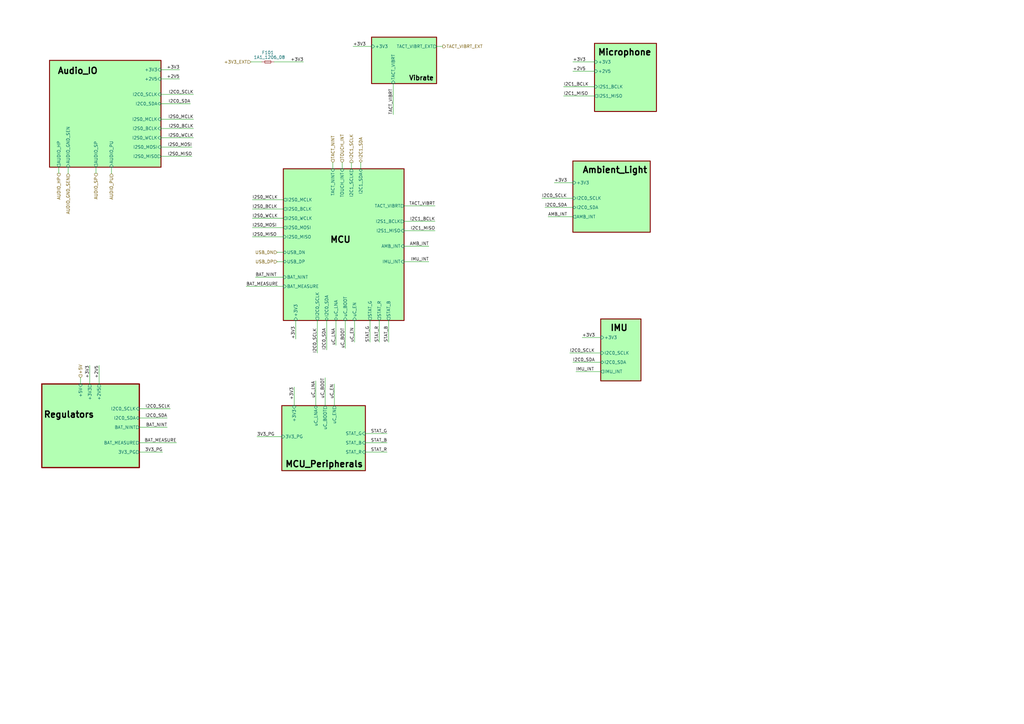
<source format=kicad_sch>
(kicad_sch (version 20230121) (generator eeschema)
  (paper "A3")
  (title_block (title "Main Board") (date "2023-08-07") (rev "1") (company "Beep Boop"))
  (lib_symbols
    (symbol "Device:Fuse_Small" (pin_numbers hide) (pin_names (offset 0.254) hide)
      (property "Reference" "F" (at 0 -1.524 0))
      (property "Value" "Fuse_Small" (at 0 1.524 0))
      (symbol "Fuse_Small_0_1"
        (rectangle (start -1.27 0.508) (end 1.27 -0.508))
        (polyline (pts (xy -1.27 0) (xy 1.27 0)))
      )
      (symbol "Fuse_Small_1_1"
        (pin passive line (at -2.54 0 0) (length 1.27) (name "~") (number "1"))
        (pin passive line (at 2.54 0 180) (length 1.27) (name "~") (number "2"))
      )
    )
  )
  (wire (pts (xy 234.95 29.21) (xy 243.84 29.21)))
  (wire (pts (xy 133.35 154.94) (xy 133.35 166.37)))
  (wire (pts (xy 175.895 107.315) (xy 165.735 107.315)))
  (wire (pts (xy 57.15 181.61) (xy 72.39 181.61)))
  (wire (pts (xy 179.07 19.05) (xy 181.61 19.05)))
  (wire (pts (xy 116.205 97.155) (xy 103.505 97.155)))
  (wire (pts (xy 227.33 74.93) (xy 234.95 74.93)))
  (wire (pts (xy 145.415 140.335) (xy 145.415 131.445)))
  (wire (pts (xy 27.94 68.58) (xy 27.94 71.12)))
  (wire (pts (xy 136.525 66.675) (xy 136.525 69.215)))
  (wire (pts (xy 137.16 157.48) (xy 137.16 166.37)))
  (wire (pts (xy 149.86 185.42) (xy 158.75 185.42)))
  (wire (pts (xy 66.04 56.515) (xy 79.375 56.515)))
  (wire (pts (xy 36.83 149.86) (xy 36.83 157.48)))
  (wire (pts (xy 66.04 28.575) (xy 73.66 28.575)))
  (wire (pts (xy 45.72 68.58) (xy 45.72 71.12)))
  (wire (pts (xy 141.605 142.875) (xy 141.605 131.445)))
  (wire (pts (xy 66.04 64.135) (xy 78.74 64.135)))
  (wire (pts (xy 144.78 19.05) (xy 152.4 19.05)))
  (wire (pts (xy 116.205 81.915) (xy 103.505 81.915)))
  (wire (pts (xy 149.86 181.61) (xy 158.75 181.61)))
  (wire (pts (xy 137.795 141.605) (xy 137.795 131.445)))
  (wire (pts (xy 66.04 32.385) (xy 73.66 32.385)))
  (wire (pts (xy 133.985 131.445) (xy 133.985 143.51)))
  (wire (pts (xy 112.395 25.4) (xy 124.46 25.4)))
  (wire (pts (xy 24.13 68.58) (xy 24.13 71.12)))
  (wire (pts (xy 159.385 131.445) (xy 159.385 140.335)))
  (wire (pts (xy 57.15 175.26) (xy 68.58 175.26)))
  (wire (pts (xy 66.04 60.325) (xy 78.74 60.325)))
  (wire (pts (xy 116.205 113.665) (xy 104.775 113.665)))
  (wire (pts (xy 151.765 131.445) (xy 151.765 140.335)))
  (wire (pts (xy 116.205 103.505) (xy 113.665 103.505)))
  (wire (pts (xy 129.54 156.21) (xy 129.54 166.37)))
  (wire (pts (xy 57.15 167.64) (xy 69.85 167.64)))
  (wire (pts (xy 116.205 89.535) (xy 103.505 89.535)))
  (wire (pts (xy 165.735 90.805) (xy 178.435 90.805)))
  (wire (pts (xy 130.175 131.445) (xy 130.175 144.78)))
  (wire (pts (xy 224.79 88.9) (xy 234.95 88.9)))
  (wire (pts (xy 236.22 152.4) (xy 246.38 152.4)))
  (wire (pts (xy 155.575 131.445) (xy 155.575 140.335)))
  (wire (pts (xy 165.735 84.455) (xy 178.435 84.455)))
  (wire (pts (xy 175.895 100.965) (xy 165.735 100.965)))
  (wire (pts (xy 66.04 48.895) (xy 79.375 48.895)))
  (wire (pts (xy 147.955 66.675) (xy 147.955 69.215)))
  (wire (pts (xy 165.735 94.615) (xy 178.435 94.615)))
  (wire (pts (xy 144.145 66.675) (xy 144.145 69.215)))
  (wire (pts (xy 116.205 107.315) (xy 113.665 107.315)))
  (wire (pts (xy 57.15 185.42) (xy 66.675 185.42)))
  (wire (pts (xy 223.52 85.09) (xy 234.95 85.09)))
  (wire (pts (xy 233.68 144.78) (xy 246.38 144.78)))
  (wire (pts (xy 66.04 42.545) (xy 78.105 42.545)))
  (wire (pts (xy 149.86 177.8) (xy 158.75 177.8)))
  (wire (pts (xy 39.37 68.58) (xy 39.37 71.12)))
  (wire (pts (xy 116.205 93.345) (xy 103.505 93.345)))
  (wire (pts (xy 66.04 52.705) (xy 79.375 52.705)))
  (wire (pts (xy 140.335 66.675) (xy 140.335 69.215)))
  (wire (pts (xy 121.285 139.065) (xy 121.285 131.445)))
  (wire (pts (xy 231.14 35.56) (xy 243.84 35.56)))
  (wire (pts (xy 231.14 39.37) (xy 243.84 39.37)))
  (wire (pts (xy 57.15 171.45) (xy 68.58 171.45)))
  (wire (pts (xy 66.04 38.735) (xy 79.375 38.735)))
  (wire (pts (xy 116.205 85.725) (xy 103.505 85.725)))
  (wire (pts (xy 238.76 138.43) (xy 246.38 138.43)))
  (wire (pts (xy 116.205 117.475) (xy 100.965 117.475)))
  (wire (pts (xy 234.95 148.59) (xy 246.38 148.59)))
  (wire (pts (xy 222.25 81.28) (xy 234.95 81.28)))
  (wire (pts (xy 105.41 179.07) (xy 115.57 179.07)))
  (wire (pts (xy 33.02 154.94) (xy 33.02 157.48)))
  (wire (pts (xy 161.29 34.29) (xy 161.29 46.99)))
  (wire (pts (xy 102.87 25.4) (xy 107.315 25.4)))
  (wire (pts (xy 120.65 158.75) (xy 120.65 166.37)))
  (wire (pts (xy 40.64 149.86) (xy 40.64 157.48)))
  (wire (pts (xy 234.95 25.4) (xy 243.84 25.4)))
  (label "AMB_INT" (at 224.79 88.9 0))
  (label "I2S0_MISO" (at 103.505 97.155 0))
  (label "BAT_MEASURE" (at 100.965 117.475 0))
  (label "I2S0_BCLK" (at 79.375 52.705 180))
  (label "+3V3" (at 124.46 25.4 180))
  (label "+2V5" (at 40.64 149.86 270))
  (label "TACT_VIBRT" (at 178.435 84.455 180))
  (label "+3V3" (at 36.83 149.86 270))
  (label "+3V3" (at 120.65 158.75 270))
  (label "I2S0_MCLK" (at 103.505 81.915 0))
  (label "BAT_NINT" (at 104.775 113.665 0))
  (label "I2C1_MISO" (at 231.14 39.37 0))
  (label "STAT_G" (at 151.765 140.335 90))
  (label "I2C0_SCLK" (at 222.25 81.28 0))
  (label "3V3_PG" (at 66.675 185.42 180))
  (label "I2C0_SDA" (at 78.105 42.545 180))
  (label "+3V3" (at 234.95 25.4 0))
  (label "IMU_INT" (at 236.22 152.4 0))
  (label "IMU_INT" (at 175.895 107.315 180))
  (label "I2C0_SDA" (at 234.95 148.59 0))
  (label "I2C0_SDA" (at 68.58 171.45 180))
  (label "I2S0_MOSI" (at 103.505 93.345 0))
  (label "AMB_INT" (at 175.895 100.965 180))
  (label "+3V3" (at 238.76 138.43 0))
  (label "I2S0_WCLK" (at 79.375 56.515 180))
  (label "STAT_B" (at 158.75 181.61 180))
  (label "+3V3" (at 121.285 139.065 90))
  (label "STAT_B" (at 159.385 140.335 90))
  (label "+3V3" (at 144.78 19.05 0))
  (label "STAT_R" (at 155.575 140.335 90))
  (label "+2V5" (at 73.66 32.385 180))
  (label "I2C0_SCLK" (at 79.375 38.735 180))
  (label "BAT_NINT" (at 68.58 175.26 180))
  (label "uC_EN" (at 145.415 140.335 90))
  (label "3V3_PG" (at 105.41 179.07 0))
  (label "I2C1_MISO" (at 178.435 94.615 180))
  (label "BAT_MEASURE" (at 72.39 181.61 180))
  (label "I2S0_MISO" (at 78.74 64.135 180))
  (label "STAT_G" (at 158.75 177.8 180))
  (label "TACT_VIBRT" (at 161.29 46.99 90))
  (label "I2S0_MCLK" (at 79.375 48.895 180))
  (label "I2C0_SCLK" (at 233.68 144.78 0))
  (label "I2C1_BCLK" (at 231.14 35.56 0))
  (label "uC_EN" (at 137.16 157.48 270))
  (label "I2C1_BCLK" (at 178.435 90.805 180))
  (label "uC_BOOT" (at 141.605 142.875 90))
  (label "+3V3" (at 227.33 74.93 0))
  (label "I2C0_SCLK" (at 130.175 144.78 90))
  (label "I2S0_WCLK" (at 103.505 89.535 0))
  (label "I2C0_SCLK" (at 69.85 167.64 180))
  (label "uC_LNA" (at 137.795 141.605 90))
  (label "I2C0_SDA" (at 223.52 85.09 0))
  (label "I2S0_BCLK" (at 103.505 85.725 0))
  (label "+3V3" (at 73.66 28.575 180))
  (label "uC_LNA" (at 129.54 156.21 270))
  (label "I2S0_MOSI" (at 78.74 60.325 180))
  (label "+2V5" (at 234.95 29.21 0))
  (label "uC_BOOT" (at 133.35 154.94 270))
  (label "I2C0_SDA" (at 133.985 143.51 90))
  (label "STAT_R" (at 158.75 185.42 180))
  (hierarchical_label "AUDIO_SP" (shape output) (at 39.37 71.12 270) (property "Intersheetrefs" "${INTERSHEET_REFS}" (effects hide)))
  (hierarchical_label "USB_DP" (shape input) (at 113.665 107.315 180))
  (hierarchical_label "I2C1_SCLK" (shape output) (at 144.145 66.675 90))
  (hierarchical_label "AUDIO_PU" (shape input) (at 45.72 71.12 270) (property "Intersheetrefs" "${INTERSHEET_REFS}" (effects hide)))
  (hierarchical_label "USB_DN" (shape input) (at 113.665 103.505 180))
  (hierarchical_label "+5V" (shape input) (at 33.02 154.94 90))
  (hierarchical_label "TACT_VIBRT_EXT" (shape output) (at 181.61 19.05 0))
  (hierarchical_label "I2C1_SDA" (shape bidirectional) (at 147.955 66.675 90))
  (hierarchical_label "TOUCH_INT" (shape input) (at 140.335 66.675 90))
  (hierarchical_label "AUDIO_HP" (shape output) (at 24.13 71.12 270) (property "Intersheetrefs" "${INTERSHEET_REFS}" (effects hide)))
  (hierarchical_label "AUDIO_GND_SEN" (shape input) (at 27.94 71.12 270) (property "Intersheetrefs" "${INTERSHEET_REFS}" (effects hide)))
  (hierarchical_label "TACT_NINT" (shape input) (at 136.525 66.675 90) (property "Intersheetrefs" "${INTERSHEET_REFS}" (effects hide)))
  (hierarchical_label "+3V3_EXT" (shape input) (at 102.87 25.4 180))
  (symbol (lib_id "Device:Fuse_Small") (at 109.855 25.4 0) (unit 1)
    (property "Reference" "F101" (at 109.855 21.59 0))
    (property "Value" "1A1_1206_08" (at 110.49 23.495 0))
    (property "Footprint" "Footprint_Library:1206_3216Metric_Handsolder" (effects hide))
    (property "Datasheet" "https://www.mouser.com/ProductDetail/YAGEO/SMD1206B110TFT?qs=PzGy0jfpSMt57N16Hl8Plw%3D%3D" (effects hide))
    (instances (project "Tactile_Board" (path "" (reference "F101") (unit 1))) (project "Beacon_Multiboard" (path "" (reference "F3") (unit 1)) (path "" (reference "F201") (unit 1))))
  )
  (sheet (at 17.145 157.48) (size 40.005 34.29) (stroke (width 0.508)) (fill (color 0 255 0 0.3000))
    (property "Sheetname" "Regulators" (at 17.78 171.45 0) (effects (font (size 2.54 2.54) bold) (justify left bottom)))
    (property "Sheetfile" "Regulators.kicad_sch" (effects hide))
    (pin "I2C0_SDA" bidirectional (at 57.15 171.45 0))
    (pin "I2C0_SCLK" input (at 57.15 167.64 0))
    (pin "BAT_NINT" output (at 57.15 175.26 0))
    (pin "BAT_MEASURE" output (at 57.15 181.61 0))
    (pin "3V3_PG" output (at 57.15 185.42 0))
    (pin "+5V" input (at 33.02 157.48 90))
    (pin "+3V3" output (at 36.83 157.48 90))
    (pin "+2V5" output (at 40.64 157.48 90))
  )
  (sheet (at 152.4 15.24) (size 26.67 19.05) (stroke (width 0.381)) (fill (color 0 255 0 0.3000))
    (property "Sheetname" "Vibrate" (at 167.64 33.02 0) (effects (font (size 1.905 1.905) bold) (justify left bottom)))
    (property "Sheetfile" "Vibrate.kicad_sch" (effects hide))
    (pin "TACT_VIBRT" input (at 161.29 34.29 270))
    (pin "TACT_VIBRT_EXT" output (at 179.07 19.05 0))
    (pin "+3V3" input (at 152.4 19.05 180))
  )
  (sheet (at 246.38 130.81) (size 16.51 25.4) (stroke (width 0.381)) (fill (color 0 255 0 0.3000))
    (property "Sheetname" "IMU" (at 250.19 135.89 0) (effects (font (size 2.54 2.54) bold) (justify left bottom)))
    (property "Sheetfile" "IMU.kicad_sch" (effects hide))
    (pin "I2C0_SDA" bidirectional (at 246.38 148.59 180))
    (pin "I2C0_SCLK" input (at 246.38 144.78 180))
    (pin "IMU_INT" output (at 246.38 152.4 180))
    (pin "+3V3" input (at 246.38 138.43 180))
  )
  (sheet (at 234.95 66.04) (size 31.75 29.21) (stroke (width 0.381)) (fill (color 0 255 0 0.3000))
    (property "Sheetname" "Ambient_Light" (at 238.76 71.12 0) (effects (font (size 2.54 2.54) bold) (justify left bottom)))
    (property "Sheetfile" "Ambient_Light.kicad_sch" (effects hide))
    (pin "I2C0_SDA" bidirectional (at 234.95 85.09 180))
    (pin "I2C0_SCLK" input (at 234.95 81.28 180))
    (pin "AMB_INT" output (at 234.95 88.9 180))
    (pin "+3V3" input (at 234.95 74.93 180))
  )
  (sheet (at 115.57 166.37) (size 34.29 26.67) (stroke (width 0.381)) (fill (color 0 255 0 0.3000))
    (property "Sheetname" "MCU_Peripherals" (at 116.84 191.77 0) (effects (font (size 2.54 2.54) bold) (justify left bottom)))
    (property "Sheetfile" "MCU_Peripherals.kicad_sch" (effects hide))
    (pin "3V3_PG" input (at 115.57 179.07 180))
    (pin "uC_EN" output (at 137.16 166.37 90))
    (pin "uC_BOOT" output (at 133.35 166.37 90))
    (pin "uC_LNA" bidirectional (at 129.54 166.37 90))
    (pin "STAT_G" input (at 149.86 177.8 0))
    (pin "STAT_B" input (at 149.86 181.61 0))
    (pin "STAT_R" input (at 149.86 185.42 0))
    (pin "+3V3" input (at 120.65 166.37 90))
  )
  (sheet (at 116.205 69.215) (size 49.53 62.23) (stroke (width 0.381)) (fill (color 0 255 0 0.3000))
    (property "Sheetname" "MCU" (at 135.255 99.695 0) (effects (font (size 2.54 2.54) bold) (justify left bottom)))
    (property "Sheetfile" "MCU.kicad_sch" (effects hide))
    (pin "I2C0_SCLK" output (at 130.175 131.445 270))
    (pin "I2C0_SDA" bidirectional (at 133.985 131.445 270))
    (pin "STAT_B" output (at 159.385 131.445 270))
    (pin "TOUCH_INT" input (at 140.335 69.215 90))
    (pin "STAT_R" output (at 155.575 131.445 270))
    (pin "STAT_G" output (at 151.765 131.445 270))
    (pin "uC_EN" input (at 145.415 131.445 270))
    (pin "I2S1_BCLK" output (at 165.735 90.805 0))
    (pin "I2S1_MISO" input (at 165.735 94.615 0))
    (pin "I2S0_MOSI" output (at 116.205 93.345 180))
    (pin "I2S0_MISO" input (at 116.205 97.155 180))
    (pin "I2S0_BCLK" output (at 116.205 85.725 180))
    (pin "I2S0_WCLK" output (at 116.205 89.535 180))
    (pin "I2S0_MCLK" output (at 116.205 81.915 180))
    (pin "I2C1_SDA" bidirectional (at 147.955 69.215 90))
    (pin "I2C1_SCLK" output (at 144.145 69.215 90))
    (pin "IMU_INT" input (at 165.735 107.315 0))
    (pin "BAT_NINT" input (at 116.205 113.665 180))
    (pin "TACT_VIBRT" output (at 165.735 84.455 0))
    (pin "AMB_INT" input (at 165.735 100.965 0))
    (pin "uC_BOOT" input (at 141.605 131.445 270))
    (pin "uC_LNA" bidirectional (at 137.795 131.445 270))
    (pin "BAT_MEASURE" input (at 116.205 117.475 180))
    (pin "USB_DP" bidirectional (at 116.205 107.315 180))
    (pin "USB_DN" bidirectional (at 116.205 103.505 180))
    (pin "TACT_NINT" input (at 136.525 69.215 90))
    (pin "+3V3" input (at 121.285 131.445 270))
  )
  (sheet (at 20.32 24.765) (size 45.72 43.815) (stroke (width 0.381)) (fill (color 0 255 0 0.3000))
    (property "Sheetname" "Audio_IO" (at 23.495 30.48 0) (effects (font (size 2.54 2.54) bold) (justify left bottom)))
    (property "Sheetfile" "Audio_IO.kicad_sch" (effects hide))
    (pin "I2C0_SCLK" input (at 66.04 38.735 0))
    (pin "I2C0_SDA" bidirectional (at 66.04 42.545 0))
    (pin "I2S0_MOSI" input (at 66.04 60.325 0))
    (pin "I2S0_MCLK" input (at 66.04 48.895 0))
    (pin "I2S0_WCLK" input (at 66.04 56.515 0))
    (pin "I2S0_MISO" output (at 66.04 64.135 0))
    (pin "AUDIO_PU" input (at 45.72 68.58 270))
    (pin "I2S0_BCLK" input (at 66.04 52.705 0))
    (pin "+2V5" input (at 66.04 32.385 0))
    (pin "AUDIO_GND_SEN" input (at 27.94 68.58 270))
    (pin "AUDIO_SP" output (at 39.37 68.58 270))
    (pin "+3V3" input (at 66.04 28.575 0))
    (pin "AUDIO_HP" output (at 24.13 68.58 270))
  )
  (sheet (at 243.84 17.78) (size 25.4 27.94) (stroke (width 0.381)) (fill (color 0 255 0 0.3000))
    (property "Sheetname" "Microphone" (at 245.11 22.86 0) (effects (font (size 2.54 2.54) bold) (justify left bottom)))
    (property "Sheetfile" "Microphone.kicad_sch" (effects hide))
    (pin "I2S1_BCLK" input (at 243.84 35.56 180))
    (pin "I2S1_MISO" output (at 243.84 39.37 180))
    (pin "+3V3" input (at 243.84 25.4 180))
    (pin "+2V5" input (at 243.84 29.21 180))
  )
)
</source>
